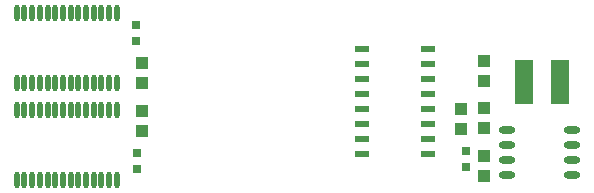
<source format=gbp>
G04*
G04 #@! TF.GenerationSoftware,Altium Limited,Altium Designer,22.5.1 (42)*
G04*
G04 Layer_Color=128*
%FSLAX25Y25*%
%MOIN*%
G70*
G04*
G04 #@! TF.SameCoordinates,6DAD0714-FCB9-4B36-A7BF-7B223F3C5BEE*
G04*
G04*
G04 #@! TF.FilePolarity,Positive*
G04*
G01*
G75*
%ADD16R,0.03937X0.04331*%
%ADD17R,0.03000X0.03000*%
%ADD76O,0.01772X0.05512*%
%ADD77R,0.04724X0.02362*%
%ADD78O,0.05512X0.02362*%
%ADD79R,0.05906X0.14567*%
D16*
X155000Y67000D02*
D03*
Y73693D02*
D03*
X162500Y67154D02*
D03*
Y73847D02*
D03*
Y83000D02*
D03*
Y89693D02*
D03*
Y51307D02*
D03*
Y58000D02*
D03*
X48500Y82307D02*
D03*
Y89000D02*
D03*
Y66307D02*
D03*
Y73000D02*
D03*
D17*
X156500Y54244D02*
D03*
Y59756D02*
D03*
X46500Y96244D02*
D03*
Y101756D02*
D03*
X47000Y59012D02*
D03*
Y53500D02*
D03*
D76*
X40134Y82386D02*
D03*
X37575D02*
D03*
X35016D02*
D03*
X32457D02*
D03*
X29898D02*
D03*
X27339D02*
D03*
X24780D02*
D03*
X22220D02*
D03*
X19661D02*
D03*
X17102D02*
D03*
X14543D02*
D03*
X11984D02*
D03*
X9425D02*
D03*
X6866D02*
D03*
X40134Y105614D02*
D03*
X37575D02*
D03*
X35016D02*
D03*
X32457D02*
D03*
X29898D02*
D03*
X27339D02*
D03*
X24780D02*
D03*
X22220D02*
D03*
X19661D02*
D03*
X17102D02*
D03*
X14543D02*
D03*
X11984D02*
D03*
X9425D02*
D03*
X6866D02*
D03*
Y73114D02*
D03*
X9425D02*
D03*
X11984D02*
D03*
X14543D02*
D03*
X17102D02*
D03*
X19661D02*
D03*
X22220D02*
D03*
X24780D02*
D03*
X27339D02*
D03*
X29898D02*
D03*
X32457D02*
D03*
X35016D02*
D03*
X37575D02*
D03*
X40134D02*
D03*
X6866Y49886D02*
D03*
X9425D02*
D03*
X11984D02*
D03*
X14543D02*
D03*
X17102D02*
D03*
X19661D02*
D03*
X22220D02*
D03*
X24780D02*
D03*
X27339D02*
D03*
X29898D02*
D03*
X32457D02*
D03*
X35016D02*
D03*
X37575D02*
D03*
X40134D02*
D03*
D77*
X144047Y93500D02*
D03*
Y88500D02*
D03*
Y83500D02*
D03*
Y78500D02*
D03*
Y73500D02*
D03*
Y68500D02*
D03*
Y63500D02*
D03*
Y58500D02*
D03*
X122000D02*
D03*
Y63500D02*
D03*
Y68500D02*
D03*
Y73500D02*
D03*
Y78500D02*
D03*
Y83500D02*
D03*
Y88500D02*
D03*
Y93500D02*
D03*
D78*
X170173Y51500D02*
D03*
Y56500D02*
D03*
Y61500D02*
D03*
Y66500D02*
D03*
X191827Y51500D02*
D03*
Y56500D02*
D03*
Y61500D02*
D03*
Y66500D02*
D03*
D79*
X188000Y82500D02*
D03*
X175795D02*
D03*
M02*

</source>
